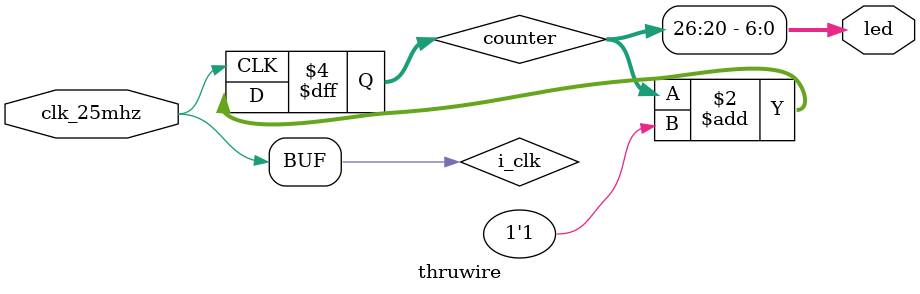
<source format=sv>
/*
 * Graf Research Corporation
 * Copyright (c) 2021-2021
 * Graf Research Proprietary - Do Not Distribute
 */

`default_nettype none

`ifdef VERILATOR
module thruwire(i_clk, led);
    input wire i_clk;
`else
module thruwire(clk_25mhz, led);
    input wire clk_25mhz;
    wire       i_clk;
    assign i_clk = clk_25mhz;
`endif
    output wire [6:0] led;

    parameter WIDTH = 27;
    reg [WIDTH-1:0] counter;
    initial counter = 0;
    always @(posedge i_clk)
        begin
            counter <= counter + 1'b1;
        end

    assign led = counter[WIDTH-1:WIDTH-7];


`ifdef FORMAL
    always@(*)
        assert(WIDTH >= 7);
`endif

endmodule // thruwire

</source>
